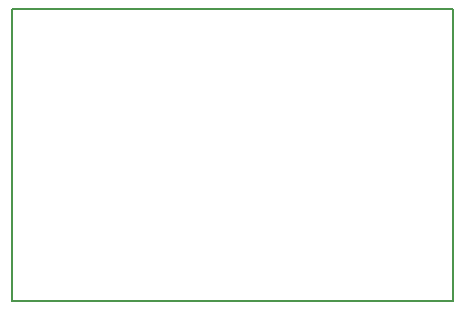
<source format=gm1>
G04 MADE WITH FRITZING*
G04 WWW.FRITZING.ORG*
G04 DOUBLE SIDED*
G04 HOLES PLATED*
G04 CONTOUR ON CENTER OF CONTOUR VECTOR*
%ASAXBY*%
%FSLAX23Y23*%
%MOIN*%
%OFA0B0*%
%SFA1.0B1.0*%
%ADD10R,1.476380X0.984252*%
%ADD11C,0.008000*%
%ADD10C,0.008*%
%LNCONTOUR*%
G90*
G70*
G54D10*
G54D11*
X4Y980D02*
X1472Y980D01*
X1472Y4D01*
X4Y4D01*
X4Y980D01*
D02*
G04 End of contour*
M02*
</source>
